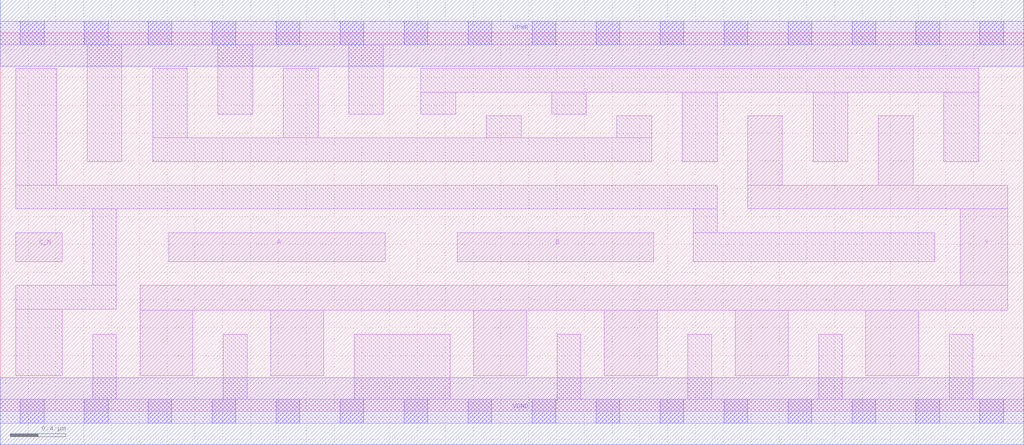
<source format=lef>
# Copyright 2020 The SkyWater PDK Authors
#
# Licensed under the Apache License, Version 2.0 (the "License");
# you may not use this file except in compliance with the License.
# You may obtain a copy of the License at
#
#     https://www.apache.org/licenses/LICENSE-2.0
#
# Unless required by applicable law or agreed to in writing, software
# distributed under the License is distributed on an "AS IS" BASIS,
# WITHOUT WARRANTIES OR CONDITIONS OF ANY KIND, either express or implied.
# See the License for the specific language governing permissions and
# limitations under the License.
#
# SPDX-License-Identifier: Apache-2.0

VERSION 5.7 ;
  NAMESCASESENSITIVE ON ;
  NOWIREEXTENSIONATPIN ON ;
  DIVIDERCHAR "/" ;
  BUSBITCHARS "[]" ;
UNITS
  DATABASE MICRONS 200 ;
END UNITS
PROPERTYDEFINITIONS
  MACRO maskLayoutSubType STRING ;
  MACRO prCellType STRING ;
  MACRO originalViewName STRING ;
END PROPERTYDEFINITIONS
MACRO sky130_fd_sc_hdll__nor3b_4
  CLASS CORE ;
  FOREIGN sky130_fd_sc_hdll__nor3b_4 ;
  ORIGIN  0.000000  0.000000 ;
  SIZE  7.360000 BY  2.720000 ;
  SYMMETRY X Y R90 ;
  SITE unithd ;
  PIN A
    ANTENNAGATEAREA  1.110000 ;
    DIRECTION INPUT ;
    USE SIGNAL ;
    PORT
      LAYER li1 ;
        RECT 1.210000 1.075000 2.770000 1.285000 ;
    END
  END A
  PIN B
    ANTENNAGATEAREA  1.110000 ;
    DIRECTION INPUT ;
    USE SIGNAL ;
    PORT
      LAYER li1 ;
        RECT 3.285000 1.075000 4.700000 1.285000 ;
    END
  END B
  PIN C_N
    ANTENNAGATEAREA  0.277500 ;
    DIRECTION INPUT ;
    USE SIGNAL ;
    PORT
      LAYER li1 ;
        RECT 0.110000 1.075000 0.445000 1.285000 ;
    END
  END C_N
  PIN Y
    ANTENNADIFFAREA  1.925500 ;
    DIRECTION OUTPUT ;
    USE SIGNAL ;
    PORT
      LAYER li1 ;
        RECT 1.005000 0.255000 1.385000 0.725000 ;
        RECT 1.005000 0.725000 7.245000 0.905000 ;
        RECT 1.945000 0.255000 2.325000 0.725000 ;
        RECT 3.405000 0.255000 3.785000 0.725000 ;
        RECT 4.345000 0.255000 4.725000 0.725000 ;
        RECT 5.285000 0.255000 5.665000 0.725000 ;
        RECT 5.375000 1.455000 7.245000 1.625000 ;
        RECT 5.375000 1.625000 5.625000 2.125000 ;
        RECT 6.225000 0.255000 6.605000 0.725000 ;
        RECT 6.315000 1.625000 6.565000 2.125000 ;
        RECT 6.905000 0.905000 7.245000 1.455000 ;
    END
  END Y
  PIN VGND
    DIRECTION INOUT ;
    USE GROUND ;
    PORT
      LAYER met1 ;
        RECT 0.000000 -0.240000 7.360000 0.240000 ;
    END
  END VGND
  PIN VPWR
    DIRECTION INOUT ;
    USE POWER ;
    PORT
      LAYER met1 ;
        RECT 0.000000 2.480000 7.360000 2.960000 ;
    END
  END VPWR
  OBS
    LAYER li1 ;
      RECT 0.000000 -0.085000 7.360000 0.085000 ;
      RECT 0.000000  2.635000 7.360000 2.805000 ;
      RECT 0.110000  0.255000 0.445000 0.735000 ;
      RECT 0.110000  0.735000 0.835000 0.905000 ;
      RECT 0.110000  1.455000 5.155000 1.625000 ;
      RECT 0.110000  1.625000 0.405000 2.465000 ;
      RECT 0.625000  1.795000 0.875000 2.635000 ;
      RECT 0.665000  0.085000 0.835000 0.555000 ;
      RECT 0.665000  0.905000 0.835000 1.455000 ;
      RECT 1.095000  1.795000 4.685000 1.965000 ;
      RECT 1.095000  1.965000 1.345000 2.465000 ;
      RECT 1.565000  2.135000 1.815000 2.635000 ;
      RECT 1.605000  0.085000 1.775000 0.555000 ;
      RECT 2.035000  1.965000 2.285000 2.465000 ;
      RECT 2.505000  2.135000 2.755000 2.635000 ;
      RECT 2.545000  0.085000 3.235000 0.555000 ;
      RECT 3.025000  2.135000 3.275000 2.295000 ;
      RECT 3.025000  2.295000 7.035000 2.465000 ;
      RECT 3.495000  1.965000 3.745000 2.125000 ;
      RECT 3.965000  2.135000 4.215000 2.295000 ;
      RECT 4.005000  0.085000 4.175000 0.555000 ;
      RECT 4.435000  1.965000 4.685000 2.125000 ;
      RECT 4.905000  1.795000 5.155000 2.295000 ;
      RECT 4.945000  0.085000 5.115000 0.555000 ;
      RECT 4.985000  1.075000 6.720000 1.285000 ;
      RECT 4.985000  1.285000 5.155000 1.455000 ;
      RECT 5.845000  1.795000 6.095000 2.295000 ;
      RECT 5.885000  0.085000 6.055000 0.555000 ;
      RECT 6.785000  1.795000 7.035000 2.295000 ;
      RECT 6.825000  0.085000 6.995000 0.555000 ;
    LAYER mcon ;
      RECT 0.145000 -0.085000 0.315000 0.085000 ;
      RECT 0.145000  2.635000 0.315000 2.805000 ;
      RECT 0.605000 -0.085000 0.775000 0.085000 ;
      RECT 0.605000  2.635000 0.775000 2.805000 ;
      RECT 1.065000 -0.085000 1.235000 0.085000 ;
      RECT 1.065000  2.635000 1.235000 2.805000 ;
      RECT 1.525000 -0.085000 1.695000 0.085000 ;
      RECT 1.525000  2.635000 1.695000 2.805000 ;
      RECT 1.985000 -0.085000 2.155000 0.085000 ;
      RECT 1.985000  2.635000 2.155000 2.805000 ;
      RECT 2.445000 -0.085000 2.615000 0.085000 ;
      RECT 2.445000  2.635000 2.615000 2.805000 ;
      RECT 2.905000 -0.085000 3.075000 0.085000 ;
      RECT 2.905000  2.635000 3.075000 2.805000 ;
      RECT 3.365000 -0.085000 3.535000 0.085000 ;
      RECT 3.365000  2.635000 3.535000 2.805000 ;
      RECT 3.825000 -0.085000 3.995000 0.085000 ;
      RECT 3.825000  2.635000 3.995000 2.805000 ;
      RECT 4.285000 -0.085000 4.455000 0.085000 ;
      RECT 4.285000  2.635000 4.455000 2.805000 ;
      RECT 4.745000 -0.085000 4.915000 0.085000 ;
      RECT 4.745000  2.635000 4.915000 2.805000 ;
      RECT 5.205000 -0.085000 5.375000 0.085000 ;
      RECT 5.205000  2.635000 5.375000 2.805000 ;
      RECT 5.665000 -0.085000 5.835000 0.085000 ;
      RECT 5.665000  2.635000 5.835000 2.805000 ;
      RECT 6.125000 -0.085000 6.295000 0.085000 ;
      RECT 6.125000  2.635000 6.295000 2.805000 ;
      RECT 6.585000 -0.085000 6.755000 0.085000 ;
      RECT 6.585000  2.635000 6.755000 2.805000 ;
      RECT 7.045000 -0.085000 7.215000 0.085000 ;
      RECT 7.045000  2.635000 7.215000 2.805000 ;
  END
  PROPERTY maskLayoutSubType "abstract" ;
  PROPERTY prCellType "standard" ;
  PROPERTY originalViewName "layout" ;
END sky130_fd_sc_hdll__nor3b_4
END LIBRARY

</source>
